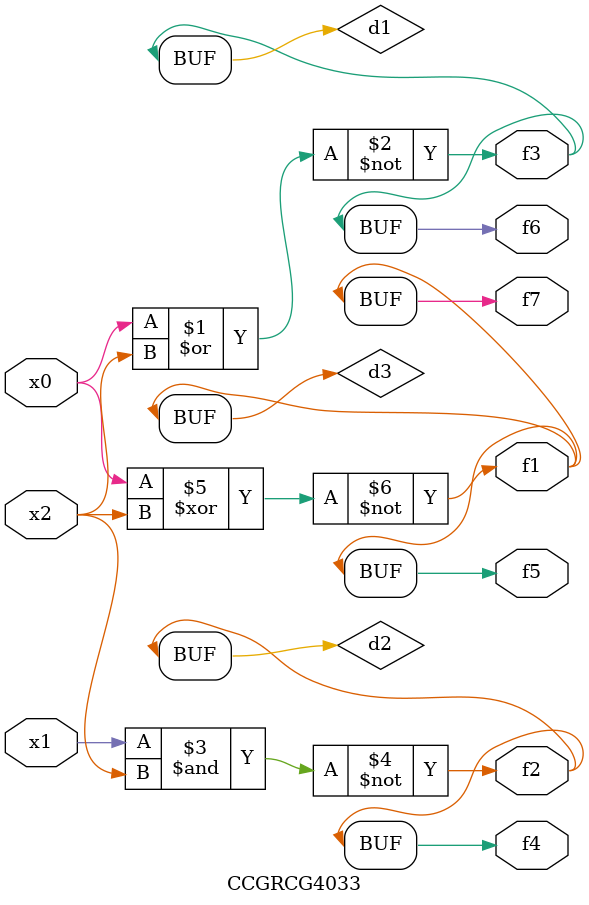
<source format=v>
module CCGRCG4033(
	input x0, x1, x2,
	output f1, f2, f3, f4, f5, f6, f7
);

	wire d1, d2, d3;

	nor (d1, x0, x2);
	nand (d2, x1, x2);
	xnor (d3, x0, x2);
	assign f1 = d3;
	assign f2 = d2;
	assign f3 = d1;
	assign f4 = d2;
	assign f5 = d3;
	assign f6 = d1;
	assign f7 = d3;
endmodule

</source>
